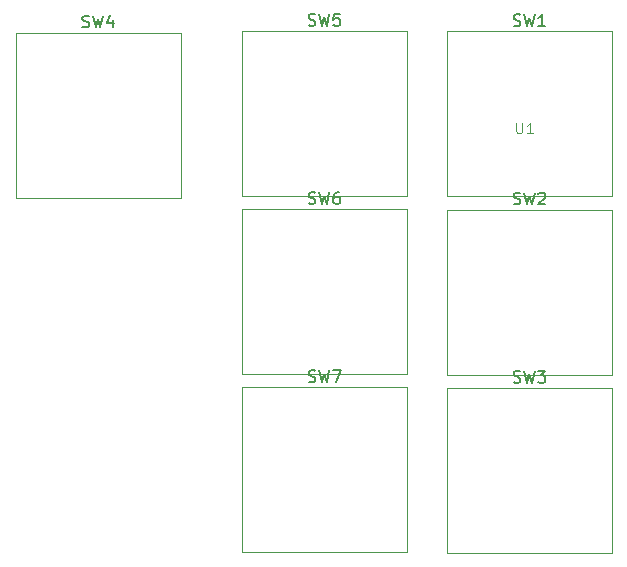
<source format=gbr>
%TF.GenerationSoftware,KiCad,Pcbnew,8.0.5*%
%TF.CreationDate,2024-10-19T20:03:01-04:00*%
%TF.ProjectId,Hackclub,4861636b-636c-4756-922e-6b696361645f,rev?*%
%TF.SameCoordinates,Original*%
%TF.FileFunction,Legend,Top*%
%TF.FilePolarity,Positive*%
%FSLAX46Y46*%
G04 Gerber Fmt 4.6, Leading zero omitted, Abs format (unit mm)*
G04 Created by KiCad (PCBNEW 8.0.5) date 2024-10-19 20:03:01*
%MOMM*%
%LPD*%
G01*
G04 APERTURE LIST*
%ADD10C,0.150000*%
%ADD11C,0.101600*%
%ADD12C,0.120000*%
G04 APERTURE END LIST*
D10*
X112126667Y-86613200D02*
X112269524Y-86660819D01*
X112269524Y-86660819D02*
X112507619Y-86660819D01*
X112507619Y-86660819D02*
X112602857Y-86613200D01*
X112602857Y-86613200D02*
X112650476Y-86565580D01*
X112650476Y-86565580D02*
X112698095Y-86470342D01*
X112698095Y-86470342D02*
X112698095Y-86375104D01*
X112698095Y-86375104D02*
X112650476Y-86279866D01*
X112650476Y-86279866D02*
X112602857Y-86232247D01*
X112602857Y-86232247D02*
X112507619Y-86184628D01*
X112507619Y-86184628D02*
X112317143Y-86137009D01*
X112317143Y-86137009D02*
X112221905Y-86089390D01*
X112221905Y-86089390D02*
X112174286Y-86041771D01*
X112174286Y-86041771D02*
X112126667Y-85946533D01*
X112126667Y-85946533D02*
X112126667Y-85851295D01*
X112126667Y-85851295D02*
X112174286Y-85756057D01*
X112174286Y-85756057D02*
X112221905Y-85708438D01*
X112221905Y-85708438D02*
X112317143Y-85660819D01*
X112317143Y-85660819D02*
X112555238Y-85660819D01*
X112555238Y-85660819D02*
X112698095Y-85708438D01*
X113031429Y-85660819D02*
X113269524Y-86660819D01*
X113269524Y-86660819D02*
X113460000Y-85946533D01*
X113460000Y-85946533D02*
X113650476Y-86660819D01*
X113650476Y-86660819D02*
X113888572Y-85660819D01*
X114174286Y-85660819D02*
X114840952Y-85660819D01*
X114840952Y-85660819D02*
X114412381Y-86660819D01*
X112126667Y-71523200D02*
X112269524Y-71570819D01*
X112269524Y-71570819D02*
X112507619Y-71570819D01*
X112507619Y-71570819D02*
X112602857Y-71523200D01*
X112602857Y-71523200D02*
X112650476Y-71475580D01*
X112650476Y-71475580D02*
X112698095Y-71380342D01*
X112698095Y-71380342D02*
X112698095Y-71285104D01*
X112698095Y-71285104D02*
X112650476Y-71189866D01*
X112650476Y-71189866D02*
X112602857Y-71142247D01*
X112602857Y-71142247D02*
X112507619Y-71094628D01*
X112507619Y-71094628D02*
X112317143Y-71047009D01*
X112317143Y-71047009D02*
X112221905Y-70999390D01*
X112221905Y-70999390D02*
X112174286Y-70951771D01*
X112174286Y-70951771D02*
X112126667Y-70856533D01*
X112126667Y-70856533D02*
X112126667Y-70761295D01*
X112126667Y-70761295D02*
X112174286Y-70666057D01*
X112174286Y-70666057D02*
X112221905Y-70618438D01*
X112221905Y-70618438D02*
X112317143Y-70570819D01*
X112317143Y-70570819D02*
X112555238Y-70570819D01*
X112555238Y-70570819D02*
X112698095Y-70618438D01*
X113031429Y-70570819D02*
X113269524Y-71570819D01*
X113269524Y-71570819D02*
X113460000Y-70856533D01*
X113460000Y-70856533D02*
X113650476Y-71570819D01*
X113650476Y-71570819D02*
X113888572Y-70570819D01*
X114698095Y-70570819D02*
X114507619Y-70570819D01*
X114507619Y-70570819D02*
X114412381Y-70618438D01*
X114412381Y-70618438D02*
X114364762Y-70666057D01*
X114364762Y-70666057D02*
X114269524Y-70808914D01*
X114269524Y-70808914D02*
X114221905Y-70999390D01*
X114221905Y-70999390D02*
X114221905Y-71380342D01*
X114221905Y-71380342D02*
X114269524Y-71475580D01*
X114269524Y-71475580D02*
X114317143Y-71523200D01*
X114317143Y-71523200D02*
X114412381Y-71570819D01*
X114412381Y-71570819D02*
X114602857Y-71570819D01*
X114602857Y-71570819D02*
X114698095Y-71523200D01*
X114698095Y-71523200D02*
X114745714Y-71475580D01*
X114745714Y-71475580D02*
X114793333Y-71380342D01*
X114793333Y-71380342D02*
X114793333Y-71142247D01*
X114793333Y-71142247D02*
X114745714Y-71047009D01*
X114745714Y-71047009D02*
X114698095Y-70999390D01*
X114698095Y-70999390D02*
X114602857Y-70951771D01*
X114602857Y-70951771D02*
X114412381Y-70951771D01*
X114412381Y-70951771D02*
X114317143Y-70999390D01*
X114317143Y-70999390D02*
X114269524Y-71047009D01*
X114269524Y-71047009D02*
X114221905Y-71142247D01*
X112126667Y-56433200D02*
X112269524Y-56480819D01*
X112269524Y-56480819D02*
X112507619Y-56480819D01*
X112507619Y-56480819D02*
X112602857Y-56433200D01*
X112602857Y-56433200D02*
X112650476Y-56385580D01*
X112650476Y-56385580D02*
X112698095Y-56290342D01*
X112698095Y-56290342D02*
X112698095Y-56195104D01*
X112698095Y-56195104D02*
X112650476Y-56099866D01*
X112650476Y-56099866D02*
X112602857Y-56052247D01*
X112602857Y-56052247D02*
X112507619Y-56004628D01*
X112507619Y-56004628D02*
X112317143Y-55957009D01*
X112317143Y-55957009D02*
X112221905Y-55909390D01*
X112221905Y-55909390D02*
X112174286Y-55861771D01*
X112174286Y-55861771D02*
X112126667Y-55766533D01*
X112126667Y-55766533D02*
X112126667Y-55671295D01*
X112126667Y-55671295D02*
X112174286Y-55576057D01*
X112174286Y-55576057D02*
X112221905Y-55528438D01*
X112221905Y-55528438D02*
X112317143Y-55480819D01*
X112317143Y-55480819D02*
X112555238Y-55480819D01*
X112555238Y-55480819D02*
X112698095Y-55528438D01*
X113031429Y-55480819D02*
X113269524Y-56480819D01*
X113269524Y-56480819D02*
X113460000Y-55766533D01*
X113460000Y-55766533D02*
X113650476Y-56480819D01*
X113650476Y-56480819D02*
X113888572Y-55480819D01*
X114745714Y-55480819D02*
X114269524Y-55480819D01*
X114269524Y-55480819D02*
X114221905Y-55957009D01*
X114221905Y-55957009D02*
X114269524Y-55909390D01*
X114269524Y-55909390D02*
X114364762Y-55861771D01*
X114364762Y-55861771D02*
X114602857Y-55861771D01*
X114602857Y-55861771D02*
X114698095Y-55909390D01*
X114698095Y-55909390D02*
X114745714Y-55957009D01*
X114745714Y-55957009D02*
X114793333Y-56052247D01*
X114793333Y-56052247D02*
X114793333Y-56290342D01*
X114793333Y-56290342D02*
X114745714Y-56385580D01*
X114745714Y-56385580D02*
X114698095Y-56433200D01*
X114698095Y-56433200D02*
X114602857Y-56480819D01*
X114602857Y-56480819D02*
X114364762Y-56480819D01*
X114364762Y-56480819D02*
X114269524Y-56433200D01*
X114269524Y-56433200D02*
X114221905Y-56385580D01*
X92976667Y-56573200D02*
X93119524Y-56620819D01*
X93119524Y-56620819D02*
X93357619Y-56620819D01*
X93357619Y-56620819D02*
X93452857Y-56573200D01*
X93452857Y-56573200D02*
X93500476Y-56525580D01*
X93500476Y-56525580D02*
X93548095Y-56430342D01*
X93548095Y-56430342D02*
X93548095Y-56335104D01*
X93548095Y-56335104D02*
X93500476Y-56239866D01*
X93500476Y-56239866D02*
X93452857Y-56192247D01*
X93452857Y-56192247D02*
X93357619Y-56144628D01*
X93357619Y-56144628D02*
X93167143Y-56097009D01*
X93167143Y-56097009D02*
X93071905Y-56049390D01*
X93071905Y-56049390D02*
X93024286Y-56001771D01*
X93024286Y-56001771D02*
X92976667Y-55906533D01*
X92976667Y-55906533D02*
X92976667Y-55811295D01*
X92976667Y-55811295D02*
X93024286Y-55716057D01*
X93024286Y-55716057D02*
X93071905Y-55668438D01*
X93071905Y-55668438D02*
X93167143Y-55620819D01*
X93167143Y-55620819D02*
X93405238Y-55620819D01*
X93405238Y-55620819D02*
X93548095Y-55668438D01*
X93881429Y-55620819D02*
X94119524Y-56620819D01*
X94119524Y-56620819D02*
X94310000Y-55906533D01*
X94310000Y-55906533D02*
X94500476Y-56620819D01*
X94500476Y-56620819D02*
X94738572Y-55620819D01*
X95548095Y-55954152D02*
X95548095Y-56620819D01*
X95310000Y-55573200D02*
X95071905Y-56287485D01*
X95071905Y-56287485D02*
X95690952Y-56287485D01*
X129492667Y-56470670D02*
X129635524Y-56518289D01*
X129635524Y-56518289D02*
X129873619Y-56518289D01*
X129873619Y-56518289D02*
X129968857Y-56470670D01*
X129968857Y-56470670D02*
X130016476Y-56423050D01*
X130016476Y-56423050D02*
X130064095Y-56327812D01*
X130064095Y-56327812D02*
X130064095Y-56232574D01*
X130064095Y-56232574D02*
X130016476Y-56137336D01*
X130016476Y-56137336D02*
X129968857Y-56089717D01*
X129968857Y-56089717D02*
X129873619Y-56042098D01*
X129873619Y-56042098D02*
X129683143Y-55994479D01*
X129683143Y-55994479D02*
X129587905Y-55946860D01*
X129587905Y-55946860D02*
X129540286Y-55899241D01*
X129540286Y-55899241D02*
X129492667Y-55804003D01*
X129492667Y-55804003D02*
X129492667Y-55708765D01*
X129492667Y-55708765D02*
X129540286Y-55613527D01*
X129540286Y-55613527D02*
X129587905Y-55565908D01*
X129587905Y-55565908D02*
X129683143Y-55518289D01*
X129683143Y-55518289D02*
X129921238Y-55518289D01*
X129921238Y-55518289D02*
X130064095Y-55565908D01*
X130397429Y-55518289D02*
X130635524Y-56518289D01*
X130635524Y-56518289D02*
X130826000Y-55804003D01*
X130826000Y-55804003D02*
X131016476Y-56518289D01*
X131016476Y-56518289D02*
X131254572Y-55518289D01*
X132159333Y-56518289D02*
X131587905Y-56518289D01*
X131873619Y-56518289D02*
X131873619Y-55518289D01*
X131873619Y-55518289D02*
X131778381Y-55661146D01*
X131778381Y-55661146D02*
X131683143Y-55756384D01*
X131683143Y-55756384D02*
X131587905Y-55804003D01*
X129492667Y-86650670D02*
X129635524Y-86698289D01*
X129635524Y-86698289D02*
X129873619Y-86698289D01*
X129873619Y-86698289D02*
X129968857Y-86650670D01*
X129968857Y-86650670D02*
X130016476Y-86603050D01*
X130016476Y-86603050D02*
X130064095Y-86507812D01*
X130064095Y-86507812D02*
X130064095Y-86412574D01*
X130064095Y-86412574D02*
X130016476Y-86317336D01*
X130016476Y-86317336D02*
X129968857Y-86269717D01*
X129968857Y-86269717D02*
X129873619Y-86222098D01*
X129873619Y-86222098D02*
X129683143Y-86174479D01*
X129683143Y-86174479D02*
X129587905Y-86126860D01*
X129587905Y-86126860D02*
X129540286Y-86079241D01*
X129540286Y-86079241D02*
X129492667Y-85984003D01*
X129492667Y-85984003D02*
X129492667Y-85888765D01*
X129492667Y-85888765D02*
X129540286Y-85793527D01*
X129540286Y-85793527D02*
X129587905Y-85745908D01*
X129587905Y-85745908D02*
X129683143Y-85698289D01*
X129683143Y-85698289D02*
X129921238Y-85698289D01*
X129921238Y-85698289D02*
X130064095Y-85745908D01*
X130397429Y-85698289D02*
X130635524Y-86698289D01*
X130635524Y-86698289D02*
X130826000Y-85984003D01*
X130826000Y-85984003D02*
X131016476Y-86698289D01*
X131016476Y-86698289D02*
X131254572Y-85698289D01*
X131540286Y-85698289D02*
X132159333Y-85698289D01*
X132159333Y-85698289D02*
X131826000Y-86079241D01*
X131826000Y-86079241D02*
X131968857Y-86079241D01*
X131968857Y-86079241D02*
X132064095Y-86126860D01*
X132064095Y-86126860D02*
X132111714Y-86174479D01*
X132111714Y-86174479D02*
X132159333Y-86269717D01*
X132159333Y-86269717D02*
X132159333Y-86507812D01*
X132159333Y-86507812D02*
X132111714Y-86603050D01*
X132111714Y-86603050D02*
X132064095Y-86650670D01*
X132064095Y-86650670D02*
X131968857Y-86698289D01*
X131968857Y-86698289D02*
X131683143Y-86698289D01*
X131683143Y-86698289D02*
X131587905Y-86650670D01*
X131587905Y-86650670D02*
X131540286Y-86603050D01*
X129492667Y-71560670D02*
X129635524Y-71608289D01*
X129635524Y-71608289D02*
X129873619Y-71608289D01*
X129873619Y-71608289D02*
X129968857Y-71560670D01*
X129968857Y-71560670D02*
X130016476Y-71513050D01*
X130016476Y-71513050D02*
X130064095Y-71417812D01*
X130064095Y-71417812D02*
X130064095Y-71322574D01*
X130064095Y-71322574D02*
X130016476Y-71227336D01*
X130016476Y-71227336D02*
X129968857Y-71179717D01*
X129968857Y-71179717D02*
X129873619Y-71132098D01*
X129873619Y-71132098D02*
X129683143Y-71084479D01*
X129683143Y-71084479D02*
X129587905Y-71036860D01*
X129587905Y-71036860D02*
X129540286Y-70989241D01*
X129540286Y-70989241D02*
X129492667Y-70894003D01*
X129492667Y-70894003D02*
X129492667Y-70798765D01*
X129492667Y-70798765D02*
X129540286Y-70703527D01*
X129540286Y-70703527D02*
X129587905Y-70655908D01*
X129587905Y-70655908D02*
X129683143Y-70608289D01*
X129683143Y-70608289D02*
X129921238Y-70608289D01*
X129921238Y-70608289D02*
X130064095Y-70655908D01*
X130397429Y-70608289D02*
X130635524Y-71608289D01*
X130635524Y-71608289D02*
X130826000Y-70894003D01*
X130826000Y-70894003D02*
X131016476Y-71608289D01*
X131016476Y-71608289D02*
X131254572Y-70608289D01*
X131587905Y-70703527D02*
X131635524Y-70655908D01*
X131635524Y-70655908D02*
X131730762Y-70608289D01*
X131730762Y-70608289D02*
X131968857Y-70608289D01*
X131968857Y-70608289D02*
X132064095Y-70655908D01*
X132064095Y-70655908D02*
X132111714Y-70703527D01*
X132111714Y-70703527D02*
X132159333Y-70798765D01*
X132159333Y-70798765D02*
X132159333Y-70894003D01*
X132159333Y-70894003D02*
X132111714Y-71036860D01*
X132111714Y-71036860D02*
X131540286Y-71608289D01*
X131540286Y-71608289D02*
X132159333Y-71608289D01*
D11*
X129697666Y-64676985D02*
X129697666Y-65396652D01*
X129697666Y-65396652D02*
X129740000Y-65481318D01*
X129740000Y-65481318D02*
X129782333Y-65523652D01*
X129782333Y-65523652D02*
X129867000Y-65565985D01*
X129867000Y-65565985D02*
X130036333Y-65565985D01*
X130036333Y-65565985D02*
X130121000Y-65523652D01*
X130121000Y-65523652D02*
X130163333Y-65481318D01*
X130163333Y-65481318D02*
X130205666Y-65396652D01*
X130205666Y-65396652D02*
X130205666Y-64676985D01*
X131094666Y-65565985D02*
X130586666Y-65565985D01*
X130840666Y-65565985D02*
X130840666Y-64676985D01*
X130840666Y-64676985D02*
X130755999Y-64803985D01*
X130755999Y-64803985D02*
X130671333Y-64888652D01*
X130671333Y-64888652D02*
X130586666Y-64930985D01*
D12*
%TO.C,SW7*%
X106475000Y-87095000D02*
X120445000Y-87095000D01*
X106475000Y-101065000D02*
X106475000Y-87095000D01*
X120445000Y-87095000D02*
X120445000Y-101065000D01*
X120445000Y-101065000D02*
X106475000Y-101065000D01*
%TO.C,SW6*%
X106475000Y-72005000D02*
X120445000Y-72005000D01*
X106475000Y-85975000D02*
X106475000Y-72005000D01*
X120445000Y-72005000D02*
X120445000Y-85975000D01*
X120445000Y-85975000D02*
X106475000Y-85975000D01*
%TO.C,SW5*%
X106475000Y-56915000D02*
X120445000Y-56915000D01*
X106475000Y-70885000D02*
X106475000Y-56915000D01*
X120445000Y-56915000D02*
X120445000Y-70885000D01*
X120445000Y-70885000D02*
X106475000Y-70885000D01*
%TO.C,SW4*%
X87325000Y-57055000D02*
X101295000Y-57055000D01*
X87325000Y-71025000D02*
X87325000Y-57055000D01*
X101295000Y-57055000D02*
X101295000Y-71025000D01*
X101295000Y-71025000D02*
X87325000Y-71025000D01*
%TO.C,SW1*%
X123841000Y-56952470D02*
X137811000Y-56952470D01*
X123841000Y-70922470D02*
X123841000Y-56952470D01*
X137811000Y-56952470D02*
X137811000Y-70922470D01*
X137811000Y-70922470D02*
X123841000Y-70922470D01*
%TO.C,SW3*%
X123841000Y-87132470D02*
X137811000Y-87132470D01*
X123841000Y-101102470D02*
X123841000Y-87132470D01*
X137811000Y-87132470D02*
X137811000Y-101102470D01*
X137811000Y-101102470D02*
X123841000Y-101102470D01*
%TO.C,SW2*%
X123841000Y-72042470D02*
X137811000Y-72042470D01*
X123841000Y-86012470D02*
X123841000Y-72042470D01*
X137811000Y-72042470D02*
X137811000Y-86012470D01*
X137811000Y-86012470D02*
X123841000Y-86012470D01*
%TD*%
M02*

</source>
